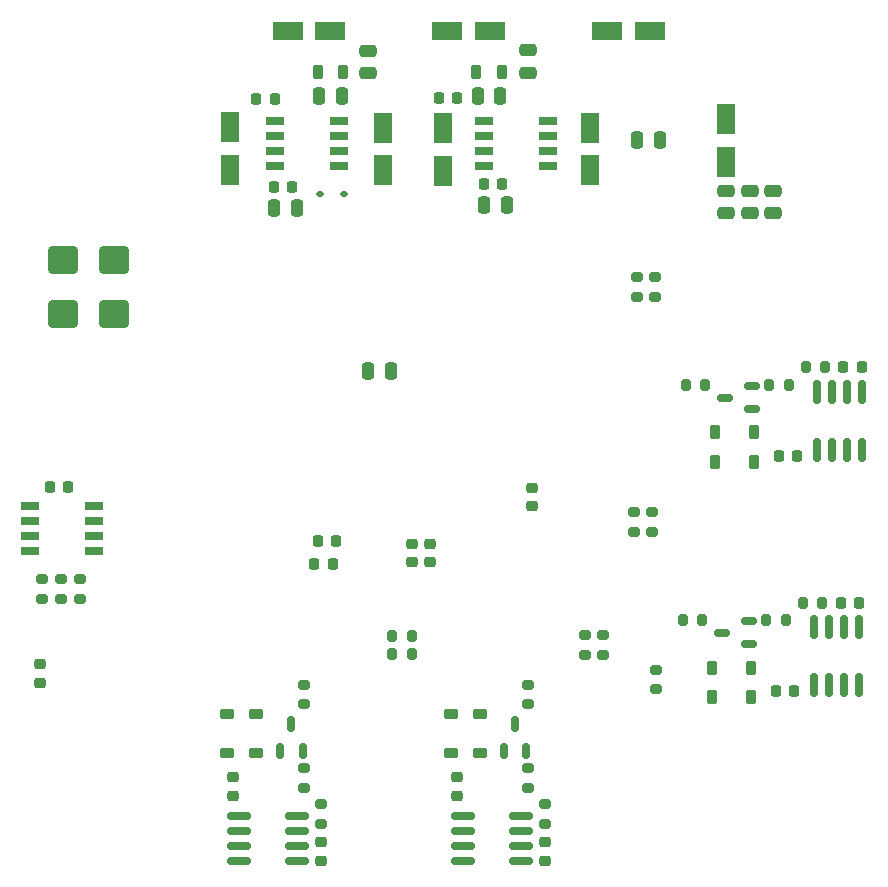
<source format=gbr>
%TF.GenerationSoftware,KiCad,Pcbnew,8.0.3*%
%TF.CreationDate,2024-09-23T16:56:09+02:00*%
%TF.ProjectId,USAN_r0,5553414e-5f72-4302-9e6b-696361645f70,rev?*%
%TF.SameCoordinates,Original*%
%TF.FileFunction,Paste,Bot*%
%TF.FilePolarity,Positive*%
%FSLAX46Y46*%
G04 Gerber Fmt 4.6, Leading zero omitted, Abs format (unit mm)*
G04 Created by KiCad (PCBNEW 8.0.3) date 2024-09-23 16:56:09*
%MOMM*%
%LPD*%
G01*
G04 APERTURE LIST*
G04 Aperture macros list*
%AMRoundRect*
0 Rectangle with rounded corners*
0 $1 Rounding radius*
0 $2 $3 $4 $5 $6 $7 $8 $9 X,Y pos of 4 corners*
0 Add a 4 corners polygon primitive as box body*
4,1,4,$2,$3,$4,$5,$6,$7,$8,$9,$2,$3,0*
0 Add four circle primitives for the rounded corners*
1,1,$1+$1,$2,$3*
1,1,$1+$1,$4,$5*
1,1,$1+$1,$6,$7*
1,1,$1+$1,$8,$9*
0 Add four rect primitives between the rounded corners*
20,1,$1+$1,$2,$3,$4,$5,0*
20,1,$1+$1,$4,$5,$6,$7,0*
20,1,$1+$1,$6,$7,$8,$9,0*
20,1,$1+$1,$8,$9,$2,$3,0*%
G04 Aperture macros list end*
%ADD10RoundRect,0.218750X0.218750X0.381250X-0.218750X0.381250X-0.218750X-0.381250X0.218750X-0.381250X0*%
%ADD11RoundRect,0.250000X-0.250000X-0.475000X0.250000X-0.475000X0.250000X0.475000X-0.250000X0.475000X0*%
%ADD12RoundRect,0.225000X0.225000X0.250000X-0.225000X0.250000X-0.225000X-0.250000X0.225000X-0.250000X0*%
%ADD13RoundRect,0.200000X-0.275000X0.200000X-0.275000X-0.200000X0.275000X-0.200000X0.275000X0.200000X0*%
%ADD14R,1.525000X0.650000*%
%ADD15RoundRect,0.250000X0.475000X-0.250000X0.475000X0.250000X-0.475000X0.250000X-0.475000X-0.250000X0*%
%ADD16RoundRect,0.150000X0.825000X0.150000X-0.825000X0.150000X-0.825000X-0.150000X0.825000X-0.150000X0*%
%ADD17RoundRect,0.200000X0.200000X0.275000X-0.200000X0.275000X-0.200000X-0.275000X0.200000X-0.275000X0*%
%ADD18RoundRect,0.250000X-1.050000X-0.550000X1.050000X-0.550000X1.050000X0.550000X-1.050000X0.550000X0*%
%ADD19RoundRect,0.225000X-0.225000X-0.250000X0.225000X-0.250000X0.225000X0.250000X-0.225000X0.250000X0*%
%ADD20RoundRect,0.150000X0.150000X-0.512500X0.150000X0.512500X-0.150000X0.512500X-0.150000X-0.512500X0*%
%ADD21RoundRect,0.225000X0.225000X0.375000X-0.225000X0.375000X-0.225000X-0.375000X0.225000X-0.375000X0*%
%ADD22RoundRect,0.200000X0.275000X-0.200000X0.275000X0.200000X-0.275000X0.200000X-0.275000X-0.200000X0*%
%ADD23RoundRect,0.250000X-0.550000X1.050000X-0.550000X-1.050000X0.550000X-1.050000X0.550000X1.050000X0*%
%ADD24RoundRect,0.225000X-0.375000X0.225000X-0.375000X-0.225000X0.375000X-0.225000X0.375000X0.225000X0*%
%ADD25RoundRect,0.250000X0.250000X0.475000X-0.250000X0.475000X-0.250000X-0.475000X0.250000X-0.475000X0*%
%ADD26RoundRect,0.200000X-0.200000X-0.275000X0.200000X-0.275000X0.200000X0.275000X-0.200000X0.275000X0*%
%ADD27RoundRect,0.150000X-0.150000X0.825000X-0.150000X-0.825000X0.150000X-0.825000X0.150000X0.825000X0*%
%ADD28RoundRect,0.225000X-0.250000X0.225000X-0.250000X-0.225000X0.250000X-0.225000X0.250000X0.225000X0*%
%ADD29RoundRect,0.112500X0.187500X0.112500X-0.187500X0.112500X-0.187500X-0.112500X0.187500X-0.112500X0*%
%ADD30RoundRect,0.250000X1.000000X0.900000X-1.000000X0.900000X-1.000000X-0.900000X1.000000X-0.900000X0*%
%ADD31RoundRect,0.225000X0.250000X-0.225000X0.250000X0.225000X-0.250000X0.225000X-0.250000X-0.225000X0*%
%ADD32RoundRect,0.225000X0.375000X-0.225000X0.375000X0.225000X-0.375000X0.225000X-0.375000X-0.225000X0*%
%ADD33RoundRect,0.150000X0.512500X0.150000X-0.512500X0.150000X-0.512500X-0.150000X0.512500X-0.150000X0*%
%ADD34RoundRect,0.225000X-0.225000X-0.375000X0.225000X-0.375000X0.225000X0.375000X-0.225000X0.375000X0*%
G04 APERTURE END LIST*
D10*
%TO.C,L1*%
X79312500Y-56500000D03*
X77187500Y-56500000D03*
%TD*%
D11*
%TO.C,C66*%
X73500000Y-68000000D03*
X75400000Y-68000000D03*
%TD*%
D12*
%TO.C,C74*%
X73525000Y-58750000D03*
X71975000Y-58750000D03*
%TD*%
D13*
%TO.C,R64*%
X76000001Y-108350000D03*
X76000001Y-110000000D03*
%TD*%
D11*
%TO.C,C67*%
X91300000Y-67750000D03*
X93200000Y-67750000D03*
%TD*%
D14*
%TO.C,IC5*%
X58261500Y-93200000D03*
X58261500Y-94470000D03*
X58261500Y-95740000D03*
X58261500Y-97010000D03*
X52837500Y-97010000D03*
X52837500Y-95740000D03*
X52837500Y-94470000D03*
X52837500Y-93200000D03*
%TD*%
D13*
%TO.C,R25*%
X105499999Y-93760001D03*
X105499999Y-95410001D03*
%TD*%
D15*
%TO.C,C2*%
X81400000Y-56600000D03*
X81400000Y-54700000D03*
%TD*%
D13*
%TO.C,R49*%
X105850000Y-107100000D03*
X105850000Y-108750000D03*
%TD*%
D11*
%TO.C,C3*%
X77300000Y-58500000D03*
X79200000Y-58500000D03*
%TD*%
D16*
%TO.C,U5*%
X75450001Y-119460000D03*
X75450001Y-120730000D03*
X75450001Y-122000000D03*
X75450001Y-123270000D03*
X70500001Y-123270000D03*
X70500001Y-122000000D03*
X70500001Y-120730000D03*
X70500001Y-119460000D03*
%TD*%
D17*
%TO.C,R77*%
X85150000Y-104249999D03*
X83500000Y-104249999D03*
%TD*%
D18*
%TO.C,C7*%
X101700000Y-53000000D03*
X105300000Y-53000000D03*
%TD*%
D13*
%TO.C,R59*%
X94950001Y-115425000D03*
X94950001Y-117075000D03*
%TD*%
D18*
%TO.C,C4*%
X88150000Y-53000000D03*
X91750000Y-53000000D03*
%TD*%
D19*
%TO.C,C72*%
X91225000Y-66000000D03*
X92775000Y-66000000D03*
%TD*%
D20*
%TO.C,Q9*%
X75905001Y-113937500D03*
X74005001Y-113937500D03*
X74955001Y-111662500D03*
%TD*%
D21*
%TO.C,D9*%
X113900000Y-109410000D03*
X110600000Y-109410000D03*
%TD*%
D22*
%TO.C,R50*%
X96450001Y-120150000D03*
X96450001Y-118500000D03*
%TD*%
D15*
%TO.C,C5*%
X95000000Y-56550000D03*
X95000000Y-54650000D03*
%TD*%
D23*
%TO.C,C10*%
X69750000Y-61150000D03*
X69750000Y-64750000D03*
%TD*%
D19*
%TO.C,C57*%
X121450000Y-101410000D03*
X123000000Y-101410000D03*
%TD*%
D13*
%TO.C,R75*%
X104250000Y-73850000D03*
X104250000Y-75500000D03*
%TD*%
D24*
%TO.C,D16*%
X90950001Y-110850000D03*
X90950001Y-114150000D03*
%TD*%
D25*
%TO.C,C8*%
X106150000Y-62200000D03*
X104250000Y-62200000D03*
%TD*%
D26*
%TO.C,R18*%
X108350000Y-83000000D03*
X110000000Y-83000000D03*
%TD*%
D27*
%TO.C,U4*%
X119210000Y-103460000D03*
X120480000Y-103460000D03*
X121750000Y-103460000D03*
X123020000Y-103460000D03*
X123020000Y-108410000D03*
X121750000Y-108410000D03*
X120480000Y-108410000D03*
X119210000Y-108410000D03*
%TD*%
D23*
%TO.C,C11*%
X82750000Y-61200000D03*
X82750000Y-64800000D03*
%TD*%
D28*
%TO.C,C53*%
X53662500Y-106625000D03*
X53662500Y-108175000D03*
%TD*%
D13*
%TO.C,R74*%
X57037500Y-99428750D03*
X57037500Y-101078750D03*
%TD*%
D17*
%TO.C,R39*%
X85150000Y-105749999D03*
X83500000Y-105749999D03*
%TD*%
D29*
%TO.C,D25*%
X79450000Y-66800000D03*
X77350000Y-66800000D03*
%TD*%
D19*
%TO.C,C33*%
X76900000Y-98100000D03*
X78450000Y-98100000D03*
%TD*%
D30*
%TO.C,D22*%
X59950000Y-72400000D03*
X55650000Y-72400000D03*
%TD*%
D19*
%TO.C,C47*%
X116200000Y-89000000D03*
X117750000Y-89000000D03*
%TD*%
D20*
%TO.C,Q12*%
X94855001Y-113937500D03*
X92955001Y-113937500D03*
X93905001Y-111662500D03*
%TD*%
D23*
%TO.C,C12*%
X100250000Y-61200000D03*
X100250000Y-64800000D03*
%TD*%
D18*
%TO.C,C1*%
X74650000Y-53000000D03*
X78250000Y-53000000D03*
%TD*%
D11*
%TO.C,C6*%
X90750000Y-58500000D03*
X92650000Y-58500000D03*
%TD*%
D31*
%TO.C,C81*%
X95300000Y-93250000D03*
X95300000Y-91700000D03*
%TD*%
D32*
%TO.C,D17*%
X88450001Y-114150000D03*
X88450001Y-110850000D03*
%TD*%
D26*
%TO.C,R63*%
X108100000Y-102910000D03*
X109750000Y-102910000D03*
%TD*%
D19*
%TO.C,C49*%
X121700000Y-81500000D03*
X123250000Y-81500000D03*
%TD*%
D28*
%TO.C,C65*%
X96450001Y-121700000D03*
X96450001Y-123250000D03*
%TD*%
D24*
%TO.C,D12*%
X72000001Y-110850000D03*
X72000001Y-114150000D03*
%TD*%
D13*
%TO.C,R73*%
X53837500Y-99428750D03*
X53837500Y-101078750D03*
%TD*%
D30*
%TO.C,D23*%
X59950000Y-77000000D03*
X55650000Y-77000000D03*
%TD*%
D26*
%TO.C,R12*%
X115425000Y-83000000D03*
X117075000Y-83000000D03*
%TD*%
D13*
%TO.C,R53*%
X101350000Y-104175000D03*
X101350000Y-105825000D03*
%TD*%
D28*
%TO.C,C60*%
X70000001Y-116200000D03*
X70000001Y-117750000D03*
%TD*%
D33*
%TO.C,Q3*%
X113937500Y-83095000D03*
X113937500Y-84995000D03*
X111662500Y-84045000D03*
%TD*%
D19*
%TO.C,C42*%
X77200000Y-96200000D03*
X78750000Y-96200000D03*
%TD*%
D15*
%TO.C,C70*%
X111750000Y-68450000D03*
X111750000Y-66550000D03*
%TD*%
D13*
%TO.C,R45*%
X76000001Y-115425000D03*
X76000001Y-117075000D03*
%TD*%
D34*
%TO.C,D4*%
X110850000Y-87000000D03*
X114150000Y-87000000D03*
%TD*%
D17*
%TO.C,R14*%
X120150000Y-81500000D03*
X118500000Y-81500000D03*
%TD*%
D32*
%TO.C,D13*%
X69500001Y-114150000D03*
X69500001Y-110850000D03*
%TD*%
D14*
%TO.C,IC2*%
X96712000Y-60595000D03*
X96712000Y-61865000D03*
X96712000Y-63135000D03*
X96712000Y-64405000D03*
X91288000Y-64405000D03*
X91288000Y-63135000D03*
X91288000Y-61865000D03*
X91288000Y-60595000D03*
%TD*%
D22*
%TO.C,R36*%
X77500001Y-120150000D03*
X77500001Y-118500000D03*
%TD*%
D19*
%TO.C,C56*%
X115950000Y-108910000D03*
X117500000Y-108910000D03*
%TD*%
D15*
%TO.C,C69*%
X115750000Y-68450000D03*
X115750000Y-66550000D03*
%TD*%
D11*
%TO.C,C45*%
X81450000Y-81800000D03*
X83350000Y-81800000D03*
%TD*%
D23*
%TO.C,C9*%
X111750000Y-60500000D03*
X111750000Y-64100000D03*
%TD*%
D34*
%TO.C,D8*%
X110600000Y-106910000D03*
X113900000Y-106910000D03*
%TD*%
D13*
%TO.C,R3*%
X105750000Y-73850000D03*
X105750000Y-75500000D03*
%TD*%
%TO.C,R65*%
X94950001Y-108350000D03*
X94950001Y-110000000D03*
%TD*%
D19*
%TO.C,C73*%
X73450000Y-66250000D03*
X75000000Y-66250000D03*
%TD*%
D28*
%TO.C,C27*%
X86700000Y-96425000D03*
X86700000Y-97975000D03*
%TD*%
%TO.C,C61*%
X77500001Y-121700000D03*
X77500001Y-123250000D03*
%TD*%
D13*
%TO.C,R78*%
X99850000Y-104175000D03*
X99850000Y-105825000D03*
%TD*%
D16*
%TO.C,U6*%
X94400001Y-119460000D03*
X94400001Y-120730000D03*
X94400001Y-122000000D03*
X94400001Y-123270000D03*
X89450001Y-123270000D03*
X89450001Y-122000000D03*
X89450001Y-120730000D03*
X89450001Y-119460000D03*
%TD*%
D22*
%TO.C,R72*%
X55437500Y-101078750D03*
X55437500Y-99428750D03*
%TD*%
D14*
%TO.C,IC1*%
X78962000Y-60595000D03*
X78962000Y-61865000D03*
X78962000Y-63135000D03*
X78962000Y-64405000D03*
X73538000Y-64405000D03*
X73538000Y-63135000D03*
X73538000Y-61865000D03*
X73538000Y-60595000D03*
%TD*%
D13*
%TO.C,R76*%
X103999999Y-93760001D03*
X103999999Y-95410001D03*
%TD*%
D12*
%TO.C,C46*%
X56050000Y-91600000D03*
X54500000Y-91600000D03*
%TD*%
D28*
%TO.C,C52*%
X85200000Y-96425000D03*
X85200000Y-97975000D03*
%TD*%
D17*
%TO.C,R22*%
X119900000Y-101410000D03*
X118250000Y-101410000D03*
%TD*%
D19*
%TO.C,C71*%
X87450000Y-58715000D03*
X89000000Y-58715000D03*
%TD*%
D23*
%TO.C,C13*%
X87750000Y-61250000D03*
X87750000Y-64850000D03*
%TD*%
D27*
%TO.C,U3*%
X119460000Y-83550000D03*
X120730000Y-83550000D03*
X122000000Y-83550000D03*
X123270000Y-83550000D03*
X123270000Y-88500000D03*
X122000000Y-88500000D03*
X120730000Y-88500000D03*
X119460000Y-88500000D03*
%TD*%
D10*
%TO.C,L2*%
X92750000Y-56500000D03*
X90625000Y-56500000D03*
%TD*%
D21*
%TO.C,D5*%
X114150000Y-89500000D03*
X110850000Y-89500000D03*
%TD*%
D28*
%TO.C,C64*%
X88950001Y-116200000D03*
X88950001Y-117750000D03*
%TD*%
D33*
%TO.C,Q6*%
X113687500Y-103005000D03*
X113687500Y-104905000D03*
X111412500Y-103955000D03*
%TD*%
D26*
%TO.C,R31*%
X115175000Y-102910000D03*
X116825000Y-102910000D03*
%TD*%
D15*
%TO.C,C85*%
X113750000Y-68450000D03*
X113750000Y-66550000D03*
%TD*%
M02*

</source>
